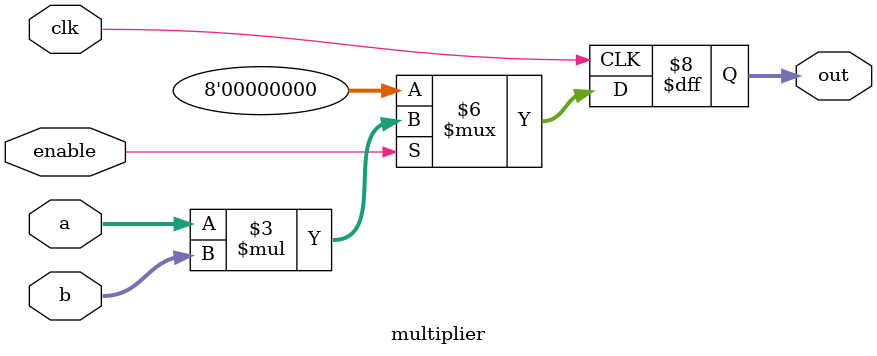
<source format=v>
module multiplier(
	input		[3:0] a,
	input 	[3:0] b,
	input				clk,
	input 			enable,
	output reg	[7:0] out
	);
	
	initial out = 0;
	
	always @(posedge clk)
		if (enable == 1)
			out = a * b;
		else
			out = 0;

endmodule

</source>
